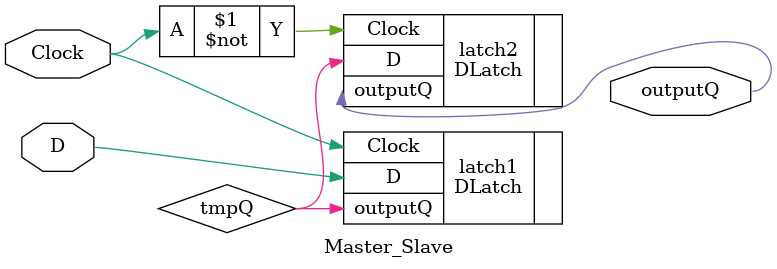
<source format=v>
module Master_Slave(	
		input D,
		input Clock, 
		output outputQ
	);
	
	wire tmpQ;
	
	DLatch latch1(
	   .D(D),
	   .Clock(Clock),
	   .outputQ(tmpQ)
    ); 
    
    DLatch latch2(
       .D(tmpQ),
       .Clock(~Clock),
       .outputQ(outputQ)
    );
	

endmodule	
</source>
